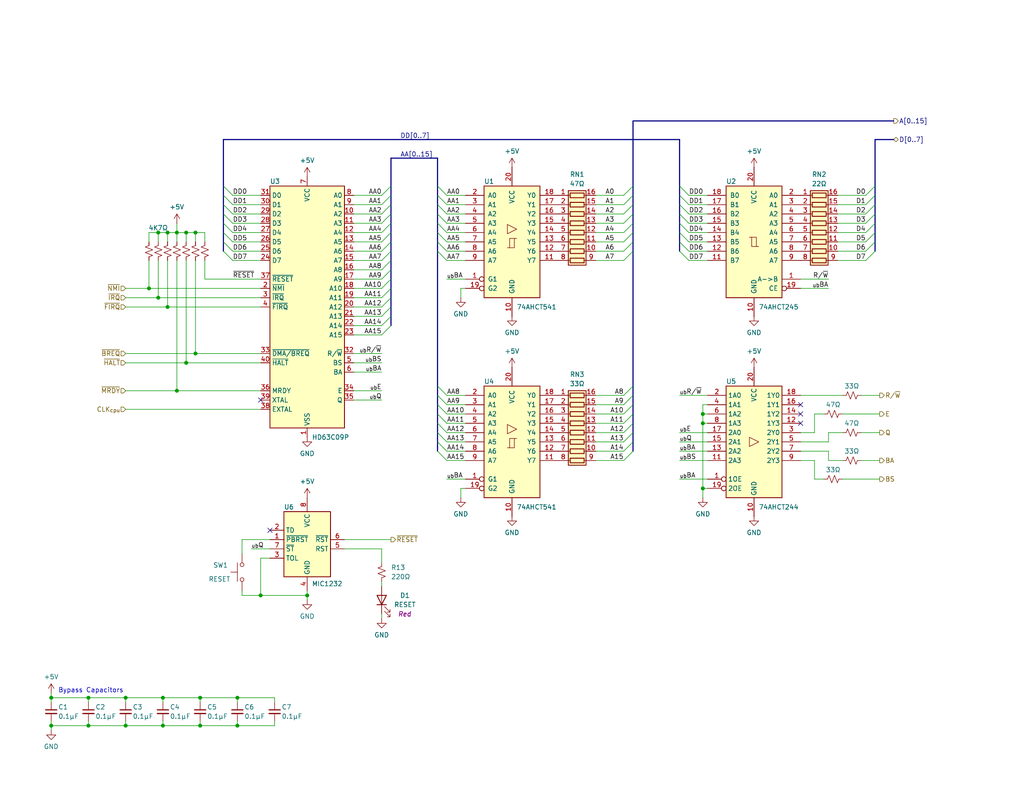
<source format=kicad_sch>
(kicad_sch (version 20250114) (generator "eeschema") (generator_version "9.0")
  (paper "USLetter")
  (title_block (title "CPU, Clock, Reset, and Buffers") (date "2026-02-28") (rev "2.1") (company "MicroHobbyist") (comment 1 "Frédéric Segard"))
  (lib_symbols
    (symbol "74xx:74HC245" (pin_names (offset 1.016))
      (property "Reference" "U" (at -7.62 16.51 0))
      (property "Value" "74HC245" (at -7.62 -16.51 0))
      (symbol "74HC245_1_0"
        (polyline (pts (xy -1.27 -1.27) (xy 0.635 -1.27) (xy 0.635 1.27) (xy 1.27 1.27)))
        (polyline (pts (xy -0.635 -1.27) (xy -0.635 1.27) (xy 0.635 1.27)))
        (pin tri_state line (at -12.7 12.7 0) (length 5.08) (name "A0") (number "2"))
        (pin tri_state line (at -12.7 10.16 0) (length 5.08) (name "A1") (number "3"))
        (pin tri_state line (at -12.7 7.62 0) (length 5.08) (name "A2") (number "4"))
        (pin tri_state line (at -12.7 5.08 0) (length 5.08) (name "A3") (number "5"))
        (pin tri_state line (at -12.7 2.54 0) (length 5.08) (name "A4") (number "6"))
        (pin tri_state line (at -12.7 0 0) (length 5.08) (name "A5") (number "7"))
        (pin tri_state line (at -12.7 -2.54 0) (length 5.08) (name "A6") (number "8"))
        (pin tri_state line (at -12.7 -5.08 0) (length 5.08) (name "A7") (number "9"))
        (pin input line (at -12.7 -10.16 0) (length 5.08) (name "A->B") (number "1"))
        (pin input inverted (at -12.7 -12.7 0) (length 5.08) (name "CE") (number "19"))
        (pin power_in line (at 0 20.32 270) (length 5.08) (name "VCC") (number "20"))
        (pin power_in line (at 0 -20.32 90) (length 5.08) (name "GND") (number "10"))
        (pin tri_state line (at 12.7 12.7 180) (length 5.08) (name "B0") (number "18"))
        (pin tri_state line (at 12.7 10.16 180) (length 5.08) (name "B1") (number "17"))
        (pin tri_state line (at 12.7 7.62 180) (length 5.08) (name "B2") (number "16"))
        (pin tri_state line (at 12.7 5.08 180) (length 5.08) (name "B3") (number "15"))
        (pin tri_state line (at 12.7 2.54 180) (length 5.08) (name "B4") (number "14"))
        (pin tri_state line (at 12.7 0 180) (length 5.08) (name "B5") (number "13"))
        (pin tri_state line (at 12.7 -2.54 180) (length 5.08) (name "B6") (number "12"))
        (pin tri_state line (at 12.7 -5.08 180) (length 5.08) (name "B7") (number "11"))
      )
      (symbol "74HC245_1_1"
        (rectangle (start -7.62 15.24) (end 7.62 -15.24) (stroke (width 0.254)) (fill (type background)))
      )
    )
    (symbol "74xx:74HCT244"
      (property "Reference" "U" (at -7.62 16.51 0))
      (property "Value" "74HCT244" (at -7.62 -16.51 0))
      (symbol "74HCT244_1_0"
        (polyline (pts (xy 1.27 0) (xy -1.27 1.27) (xy -1.27 -1.27) (xy 1.27 0)) (stroke (width 0.1524)))
        (pin input line (at -12.7 12.7 0) (length 5.08) (name "1A0") (number "2"))
        (pin input line (at -12.7 10.16 0) (length 5.08) (name "1A1") (number "4"))
        (pin input line (at -12.7 7.62 0) (length 5.08) (name "1A2") (number "6"))
        (pin input line (at -12.7 5.08 0) (length 5.08) (name "1A3") (number "8"))
        (pin input line (at -12.7 2.54 0) (length 5.08) (name "2A0") (number "17"))
        (pin input line (at -12.7 0 0) (length 5.08) (name "2A1") (number "15"))
        (pin input line (at -12.7 -2.54 0) (length 5.08) (name "2A2") (number "13"))
        (pin input line (at -12.7 -5.08 0) (length 5.08) (name "2A3") (number "11"))
        (pin input inverted (at -12.7 -10.16 0) (length 5.08) (name "1OE") (number "1"))
        (pin input inverted (at -12.7 -12.7 0) (length 5.08) (name "2OE") (number "19"))
        (pin power_in line (at 0 20.32 270) (length 5.08) (name "VCC") (number "20"))
        (pin power_in line (at 0 -20.32 90) (length 5.08) (name "GND") (number "10"))
        (pin tri_state line (at 12.7 12.7 180) (length 5.08) (name "1Y0") (number "18"))
        (pin tri_state line (at 12.7 10.16 180) (length 5.08) (name "1Y1") (number "16"))
        (pin tri_state line (at 12.7 7.62 180) (length 5.08) (name "1Y2") (number "14"))
        (pin tri_state line (at 12.7 5.08 180) (length 5.08) (name "1Y3") (number "12"))
        (pin tri_state line (at 12.7 2.54 180) (length 5.08) (name "2Y0") (number "3"))
        (pin tri_state line (at 12.7 0 180) (length 5.08) (name "2Y1") (number "5"))
        (pin tri_state line (at 12.7 -2.54 180) (length 5.08) (name "2Y2") (number "7"))
        (pin tri_state line (at 12.7 -5.08 180) (length 5.08) (name "2Y3") (number "9"))
      )
      (symbol "74HCT244_1_1"
        (rectangle (start -7.62 15.24) (end 7.62 -15.24) (stroke (width 0.254)) (fill (type background)))
      )
    )
    (symbol "74xx:74HCT541" (pin_names (offset 1.016))
      (property "Reference" "U" (at -7.62 16.51 0))
      (property "Value" "74HCT541" (at -7.62 -16.51 0))
      (symbol "74HCT541_1_0"
        (polyline (pts (xy -1.27 -1.6002) (xy 0.635 -1.6002) (xy 0.635 0.9398) (xy 1.27 0.9398)))
        (polyline (pts (xy -0.635 -1.6002) (xy -0.635 0.9398) (xy 0.635 0.9398)))
        (polyline (pts (xy 1.27 3.4798) (xy -1.27 4.7498) (xy -1.27 2.2098) (xy 1.27 3.4798)) (stroke (width 0.1524)))
        (pin input line (at -12.7 12.7 0) (length 5.08) (name "A0") (number "2"))
        (pin input line (at -12.7 10.16 0) (length 5.08) (name "A1") (number "3"))
        (pin input line (at -12.7 7.62 0) (length 5.08) (name "A2") (number "4"))
        (pin input line (at -12.7 5.08 0) (length 5.08) (name "A3") (number "5"))
        (pin input line (at -12.7 2.54 0) (length 5.08) (name "A4") (number "6"))
        (pin input line (at -12.7 0 0) (length 5.08) (name "A5") (number "7"))
        (pin input line (at -12.7 -2.54 0) (length 5.08) (name "A6") (number "8"))
        (pin input line (at -12.7 -5.08 0) (length 5.08) (name "A7") (number "9"))
        (pin input inverted (at -12.7 -10.16 0) (length 5.08) (name "G1") (number "1"))
        (pin input inverted (at -12.7 -12.7 0) (length 5.08) (name "G2") (number "19"))
        (pin power_in line (at 0 20.32 270) (length 5.08) (name "VCC") (number "20"))
        (pin power_in line (at 0 -20.32 90) (length 5.08) (name "GND") (number "10"))
        (pin tri_state line (at 12.7 12.7 180) (length 5.08) (name "Y0") (number "18"))
        (pin tri_state line (at 12.7 10.16 180) (length 5.08) (name "Y1") (number "17"))
        (pin tri_state line (at 12.7 7.62 180) (length 5.08) (name "Y2") (number "16"))
        (pin tri_state line (at 12.7 5.08 180) (length 5.08) (name "Y3") (number "15"))
        (pin tri_state line (at 12.7 2.54 180) (length 5.08) (name "Y4") (number "14"))
        (pin tri_state line (at 12.7 0 180) (length 5.08) (name "Y5") (number "13"))
        (pin tri_state line (at 12.7 -2.54 180) (length 5.08) (name "Y6") (number "12"))
        (pin tri_state line (at 12.7 -5.08 180) (length 5.08) (name "Y7") (number "11"))
      )
      (symbol "74HCT541_1_1"
        (rectangle (start -7.62 15.24) (end 7.62 -15.24) (stroke (width 0.254)) (fill (type background)))
      )
    )
    (symbol "CPU_NXP_6800:MC6809"
      (property "Reference" "U" (at -7.62 34.29 0))
      (property "Value" "MC6809" (at 10.16 34.29 0))
      (symbol "MC6809_0_1"
        (rectangle (start -10.16 -33.02) (end 10.16 33.02) (stroke (width 0.254)) (fill (type background)))
      )
      (symbol "MC6809_1_1"
        (pin bidirectional line (at -12.7 30.48 0) (length 2.54) (name "D0") (number "31"))
        (pin bidirectional line (at -12.7 27.94 0) (length 2.54) (name "D1") (number "30"))
        (pin bidirectional line (at -12.7 25.4 0) (length 2.54) (name "D2") (number "29"))
        (pin bidirectional line (at -12.7 22.86 0) (length 2.54) (name "D3") (number "28"))
        (pin bidirectional line (at -12.7 20.32 0) (length 2.54) (name "D4") (number "27"))
        (pin bidirectional line (at -12.7 17.78 0) (length 2.54) (name "D5") (number "26"))
        (pin bidirectional line (at -12.7 15.24 0) (length 2.54) (name "D6") (number "25"))
        (pin bidirectional line (at -12.7 12.7 0) (length 2.54) (name "D7") (number "24"))
        (pin input line (at -12.7 7.62 0) (length 2.54) (name "~{RESET}") (number "37"))
        (pin input line (at -12.7 5.08 0) (length 2.54) (name "~{NMI}") (number "2"))
        (pin input line (at -12.7 2.54 0) (length 2.54) (name "~{IRQ}") (number "3"))
        (pin input line (at -12.7 0 0) (length 2.54) (name "~{FIRQ}") (number "4"))
        (pin input line (at -12.7 -12.7 0) (length 2.54) (name "~{DMA/BREQ}") (number "33"))
        (pin input line (at -12.7 -15.24 0) (length 2.54) (name "~{HALT}") (number "40"))
        (pin input line (at -12.7 -22.86 0) (length 2.54) (name "MRDY") (number "36"))
        (pin input line (at -12.7 -25.4 0) (length 2.54) (name "XTAL") (number "39"))
        (pin input line (at -12.7 -27.94 0) (length 2.54) (name "EXTAL") (number "38"))
        (pin power_in line (at 0 35.56 270) (length 2.54) (name "VCC") (number "7"))
        (pin power_in line (at 0 -35.56 90) (length 2.54) (name "VSS") (number "1"))
        (pin output line (at 12.7 30.48 180) (length 2.54) (name "A0") (number "8"))
        (pin output line (at 12.7 27.94 180) (length 2.54) (name "A1") (number "9"))
        (pin output line (at 12.7 25.4 180) (length 2.54) (name "A2") (number "10"))
        (pin output line (at 12.7 22.86 180) (length 2.54) (name "A3") (number "11"))
        (pin output line (at 12.7 20.32 180) (length 2.54) (name "A4") (number "12"))
        (pin output line (at 12.7 17.78 180) (length 2.54) (name "A5") (number "13"))
        (pin output line (at 12.7 15.24 180) (length 2.54) (name "A6") (number "14"))
        (pin output line (at 12.7 12.7 180) (length 2.54) (name "A7") (number "15"))
        (pin output line (at 12.7 10.16 180) (length 2.54) (name "A8") (number "16"))
        (pin output line (at 12.7 7.62 180) (length 2.54) (name "A9") (number "17"))
        (pin output line (at 12.7 5.08 180) (length 2.54) (name "A10") (number "18"))
        (pin output line (at 12.7 2.54 180) (length 2.54) (name "A11") (number "19"))
        (pin output line (at 12.7 0 180) (length 2.54) (name "A12") (number "20"))
        (pin output line (at 12.7 -2.54 180) (length 2.54) (name "A13") (number "21"))
        (pin output line (at 12.7 -5.08 180) (length 2.54) (name "A14") (number "22"))
        (pin output line (at 12.7 -7.62 180) (length 2.54) (name "A15") (number "23"))
        (pin output line (at 12.7 -12.7 180) (length 2.54) (name "R/~{W}") (number "32"))
        (pin output line (at 12.7 -15.24 180) (length 2.54) (name "BS") (number "5"))
        (pin output line (at 12.7 -17.78 180) (length 2.54) (name "BA") (number "6"))
        (pin output line (at 12.7 -22.86 180) (length 2.54) (name "E") (number "34"))
        (pin output line (at 12.7 -25.4 180) (length 2.54) (name "Q") (number "35"))
      )
    )
    (symbol "Device:C_Small" (pin_numbers (hide yes)) (pin_names (offset 0.254) (hide yes))
      (property "Reference" "C" (at 0.254 1.778 0))
      (property "Value" "C_Small" (at 0.254 -2.032 0))
      (symbol "C_Small_0_1"
        (polyline (pts (xy -1.524 0.508) (xy 1.524 0.508)) (stroke (width 0.3048)))
        (polyline (pts (xy -1.524 -0.508) (xy 1.524 -0.508)) (stroke (width 0.3302)))
      )
      (symbol "C_Small_1_1"
        (pin passive line (at 0 2.54 270) (length 2.032) (name "~") (number "1"))
        (pin passive line (at 0 -2.54 90) (length 2.032) (name "~") (number "2"))
      )
    )
    (symbol "Device:LED" (pin_numbers (hide yes)) (pin_names (offset 1.016) (hide yes))
      (property "Reference" "D" (at 0 2.54 0))
      (property "Value" "LED" (at 0 -2.54 0))
      (symbol "LED_0_1"
        (polyline (pts (xy -3.048 -0.762) (xy -4.572 -2.286) (xy -3.81 -2.286) (xy -4.572 -2.286) (xy -4.572 -1.524)))
        (polyline (pts (xy -1.778 -0.762) (xy -3.302 -2.286) (xy -2.54 -2.286) (xy -3.302 -2.286) (xy -3.302 -1.524)))
        (polyline (pts (xy -1.27 0) (xy 1.27 0)))
        (polyline (pts (xy -1.27 -1.27) (xy -1.27 1.27)) (stroke (width 0.254)))
        (polyline (pts (xy 1.27 -1.27) (xy 1.27 1.27) (xy -1.27 0) (xy 1.27 -1.27)) (stroke (width 0.254)))
      )
      (symbol "LED_1_1"
        (pin passive line (at -3.81 0 0) (length 2.54) (name "K") (number "1"))
        (pin passive line (at 3.81 0 180) (length 2.54) (name "A") (number "2"))
      )
    )
    (symbol "Device:R_Pack08" (pin_names (offset 0) (hide yes))
      (property "Reference" "RN" (at -12.7 0 90))
      (property "Value" "R_Pack08" (at 10.16 0 90))
      (symbol "R_Pack08_0_1"
        (rectangle (start -11.43 -2.413) (end 8.89 2.413) (stroke (width 0.254)) (fill (type background)))
        (rectangle (start -10.795 1.905) (end -9.525 -1.905) (stroke (width 0.254)))
        (polyline (pts (xy -10.16 1.905) (xy -10.16 2.54)))
        (polyline (pts (xy -10.16 -2.54) (xy -10.16 -1.905)))
        (rectangle (start -8.255 1.905) (end -6.985 -1.905) (stroke (width 0.254)))
        (polyline (pts (xy -7.62 1.905) (xy -7.62 2.54)))
        (polyline (pts (xy -7.62 -2.54) (xy -7.62 -1.905)))
        (rectangle (start -5.715 1.905) (end -4.445 -1.905) (stroke (width 0.254)))
        (polyline (pts (xy -5.08 1.905) (xy -5.08 2.54)))
        (polyline (pts (xy -5.08 -2.54) (xy -5.08 -1.905)))
        (rectangle (start -3.175 1.905) (end -1.905 -1.905) (stroke (width 0.254)))
        (polyline (pts (xy -2.54 1.905) (xy -2.54 2.54)))
        (polyline (pts (xy -2.54 -2.54) (xy -2.54 -1.905)))
        (rectangle (start -0.635 1.905) (end 0.635 -1.905) (stroke (width 0.254)))
        (polyline (pts (xy 0 1.905) (xy 0 2.54)))
        (polyline (pts (xy 0 -2.54) (xy 0 -1.905)))
        (rectangle (start 1.905 1.905) (end 3.175 -1.905) (stroke (width 0.254)))
        (polyline (pts (xy 2.54 1.905) (xy 2.54 2.54)))
        (polyline (pts (xy 2.54 -2.54) (xy 2.54 -1.905)))
        (rectangle (start 4.445 1.905) (end 5.715 -1.905) (stroke (width 0.254)))
        (polyline (pts (xy 5.08 1.905) (xy 5.08 2.54)))
        (polyline (pts (xy 5.08 -2.54) (xy 5.08 -1.905)))
        (rectangle (start 6.985 1.905) (end 8.255 -1.905) (stroke (width 0.254)))
        (polyline (pts (xy 7.62 1.905) (xy 7.62 2.54)))
        (polyline (pts (xy 7.62 -2.54) (xy 7.62 -1.905)))
      )
      (symbol "R_Pack08_1_1"
        (pin passive line (at -10.16 5.08 270) (length 2.54) (name "R1.2") (number "16"))
        (pin passive line (at -10.16 -5.08 90) (length 2.54) (name "R1.1") (number "1"))
        (pin passive line (at -7.62 5.08 270) (length 2.54) (name "R2.2") (number "15"))
        (pin passive line (at -7.62 -5.08 90) (length 2.54) (name "R2.1") (number "2"))
        (pin passive line (at -5.08 5.08 270) (length 2.54) (name "R3.2") (number "14"))
        (pin passive line (at -5.08 -5.08 90) (length 2.54) (name "R3.1") (number "3"))
        (pin passive line (at -2.54 5.08 270) (length 2.54) (name "R4.2") (number "13"))
        (pin passive line (at -2.54 -5.08 90) (length 2.54) (name "R4.1") (number "4"))
        (pin passive line (at 0 5.08 270) (length 2.54) (name "R5.2") (number "12"))
        (pin passive line (at 0 -5.08 90) (length 2.54) (name "R5.1") (number "5"))
        (pin passive line (at 2.54 5.08 270) (length 2.54) (name "R6.2") (number "11"))
        (pin passive line (at 2.54 -5.08 90) (length 2.54) (name "R6.1") (number "6"))
        (pin passive line (at 5.08 5.08 270) (length 2.54) (name "R7.2") (number "10"))
        (pin passive line (at 5.08 -5.08 90) (length 2.54) (name "R7.1") (number "7"))
        (pin passive line (at 7.62 5.08 270) (length 2.54) (name "R8.2") (number "9"))
        (pin passive line (at 7.62 -5.08 90) (length 2.54) (name "R8.1") (number "8"))
      )
    )
    (symbol "Device:R_Small_US" (pin_numbers (hide yes)) (pin_names (offset 0.254) (hide yes))
      (property "Reference" "R" (at 0.762 0.508 0))
      (property "Value" "R_Small_US" (at 0.762 -1.016 0))
      (symbol "R_Small_US_1_1"
        (polyline (pts (xy 0 1.524) (xy 1.016 1.143) (xy 0 0.762) (xy -1.016 0.381) (xy 0 0)))
        (polyline (pts (xy 0 0) (xy 1.016 -0.381) (xy 0 -0.762) (xy -1.016 -1.143) (xy 0 -1.524)))
        (pin passive line (at 0 2.54 270) (length 1.016) (name "~") (number "1"))
        (pin passive line (at 0 -2.54 90) (length 1.016) (name "~") (number "2"))
      )
    )
    (symbol "MicroHobbyist:MIC1232"
      (property "Reference" "U" (at -5.842 1.016 0))
      (property "Value" "MIC1232" (at 4.826 -19.558 0))
      (symbol "MIC1232_1_1"
        (rectangle (start -6.35 0) (end 6.35 -17.78) (stroke (width 0.254)) (fill (type background)))
        (pin input line (at -10.16 -5.08 0) (length 3.81) (name "TD") (number "2"))
        (pin input line (at -10.16 -7.62 0) (length 3.81) (name "~{PBRST}") (number "1"))
        (pin input line (at -10.16 -10.16 0) (length 3.81) (name "~{ST}") (number "7"))
        (pin input line (at -10.16 -12.7 0) (length 3.81) (name "TOL") (number "3"))
        (pin power_in line (at 0 3.81 270) (length 3.81) (name "VCC") (number "8"))
        (pin power_in line (at 0 -21.59 90) (length 3.81) (name "GND") (number "4"))
        (pin output line (at 10.16 -7.62 180) (length 3.81) (name "~{RST}") (number "6"))
        (pin output line (at 10.16 -10.16 180) (length 3.81) (name "RST") (number "5"))
      )
    )
    (symbol "Switch:SW_Push" (pin_numbers (hide yes)) (pin_names (offset 1.016) (hide yes))
      (property "Reference" "SW" (at 1.27 2.54 0))
      (property "Value" "SW_Push" (at 0 -1.524 0))
      (symbol "SW_Push_0_1"
        (circle (center -2.032 0) (radius 0.508))
        (polyline (pts (xy 0 1.27) (xy 0 3.048)))
        (circle (center 2.032 0) (radius 0.508))
        (polyline (pts (xy 2.54 1.27) (xy -2.54 1.27)))
        (pin passive line (at -5.08 0 0) (length 2.54) (name "1") (number "1"))
        (pin passive line (at 5.08 0 180) (length 2.54) (name "2") (number "2"))
      )
    )
    (symbol "power:+5V" (power) (pin_numbers (hide yes)) (pin_names (offset 0) (hide yes))
      (property "Value" "+5V" (at 0 3.556 0))
      (symbol "+5V_0_1"
        (polyline (pts (xy -0.762 1.27) (xy 0 2.54)))
        (polyline (pts (xy 0 2.54) (xy 0.762 1.27)))
        (polyline (pts (xy 0 0) (xy 0 2.54)))
      )
      (symbol "+5V_1_1"
        (pin power_in line (at 0 0 90) (length 0) (name "~") (number "1"))
      )
    )
    (symbol "power:GND" (power) (pin_numbers (hide yes)) (pin_names (offset 0) (hide yes))
      (property "Value" "GND" (at 0 -3.81 0))
      (symbol "GND_0_1"
        (polyline (pts (xy 0 0) (xy 0 -1.27) (xy 1.27 -1.27) (xy 0 -2.54) (xy -1.27 -1.27) (xy 0 -1.27)))
      )
      (symbol "GND_1_1"
        (pin power_in line (at 0 0 270) (length 0) (name "~") (number "1"))
      )
    )
  )
  (text "Bypass Capacitors" (at 15.875 188.595 0) (effects (font (size 1.27 1.27)) (justify left)))
  (junction (at 64.77 190.5))
  (junction (at 53.34 63.5))
  (junction (at 50.8 63.5))
  (junction (at 54.61 190.5))
  (junction (at 45.72 63.5))
  (junction (at 64.77 198.12))
  (junction (at 83.82 162.56))
  (junction (at 45.72 83.82))
  (junction (at 43.18 81.28))
  (junction (at 44.45 190.5))
  (junction (at 191.77 115.57))
  (junction (at 24.13 198.12))
  (junction (at 34.29 190.5))
  (junction (at 191.77 113.03))
  (junction (at 191.77 133.35))
  (junction (at 50.8 99.06))
  (junction (at 71.12 162.56))
  (junction (at 53.34 96.52))
  (junction (at 34.29 198.12))
  (junction (at 13.97 190.5))
  (junction (at 13.97 198.12))
  (junction (at 48.26 106.68))
  (junction (at 48.26 63.5))
  (junction (at 40.64 78.74))
  (junction (at 44.45 198.12))
  (junction (at 43.18 63.5))
  (junction (at 54.61 198.12))
  (junction (at 24.13 190.5))
  (no_connect (at 71.12 109.22))
  (no_connect (at 218.44 113.03))
  (no_connect (at 73.66 144.78))
  (no_connect (at 218.44 115.57))
  (no_connect (at 218.44 110.49))
  (bus_entry (at 60.96 55.88) (size 2.54 2.54))
  (bus_entry (at 170.18 55.88) (size 2.54 -2.54))
  (bus_entry (at 170.18 63.5) (size 2.54 -2.54))
  (bus_entry (at 119.38 58.42) (size 2.54 2.54))
  (bus_entry (at 185.42 60.96) (size 2.54 2.54))
  (bus_entry (at 170.18 107.95) (size 2.54 -2.54))
  (bus_entry (at 104.14 86.36) (size 2.54 -2.54))
  (bus_entry (at 119.38 115.57) (size 2.54 2.54))
  (bus_entry (at 170.18 118.11) (size 2.54 -2.54))
  (bus_entry (at 170.18 123.19) (size 2.54 -2.54))
  (bus_entry (at 104.14 91.44) (size 2.54 -2.54))
  (bus_entry (at 170.18 68.58) (size 2.54 -2.54))
  (bus_entry (at 60.96 66.04) (size 2.54 2.54))
  (bus_entry (at 236.22 60.96) (size 2.54 -2.54))
  (bus_entry (at 185.42 50.8) (size 2.54 2.54))
  (bus_entry (at 170.18 110.49) (size 2.54 -2.54))
  (bus_entry (at 104.14 76.2) (size 2.54 -2.54))
  (bus_entry (at 104.14 68.58) (size 2.54 -2.54))
  (bus_entry (at 119.38 50.8) (size 2.54 2.54))
  (bus_entry (at 236.22 71.12) (size 2.54 -2.54))
  (bus_entry (at 104.14 81.28) (size 2.54 -2.54))
  (bus_entry (at 170.18 60.96) (size 2.54 -2.54))
  (bus_entry (at 236.22 53.34) (size 2.54 -2.54))
  (bus_entry (at 119.38 53.34) (size 2.54 2.54))
  (bus_entry (at 236.22 63.5) (size 2.54 -2.54))
  (bus_entry (at 119.38 66.04) (size 2.54 2.54))
  (bus_entry (at 104.14 88.9) (size 2.54 -2.54))
  (bus_entry (at 170.18 120.65) (size 2.54 -2.54))
  (bus_entry (at 60.96 63.5) (size 2.54 2.54))
  (bus_entry (at 185.42 68.58) (size 2.54 2.54))
  (bus_entry (at 104.14 71.12) (size 2.54 -2.54))
  (bus_entry (at 119.38 110.49) (size 2.54 2.54))
  (bus_entry (at 119.38 118.11) (size 2.54 2.54))
  (bus_entry (at 119.38 55.88) (size 2.54 2.54))
  (bus_entry (at 170.18 113.03) (size 2.54 -2.54))
  (bus_entry (at 170.18 66.04) (size 2.54 -2.54))
  (bus_entry (at 104.14 58.42) (size 2.54 -2.54))
  (bus_entry (at 170.18 53.34) (size 2.54 -2.54))
  (bus_entry (at 119.38 105.41) (size 2.54 2.54))
  (bus_entry (at 170.18 125.73) (size 2.54 -2.54))
  (bus_entry (at 60.96 58.42) (size 2.54 2.54))
  (bus_entry (at 119.38 120.65) (size 2.54 2.54))
  (bus_entry (at 104.14 83.82) (size 2.54 -2.54))
  (bus_entry (at 236.22 68.58) (size 2.54 -2.54))
  (bus_entry (at 119.38 123.19) (size 2.54 2.54))
  (bus_entry (at 60.96 68.58) (size 2.54 2.54))
  (bus_entry (at 185.42 66.04) (size 2.54 2.54))
  (bus_entry (at 185.42 53.34) (size 2.54 2.54))
  (bus_entry (at 104.14 55.88) (size 2.54 -2.54))
  (bus_entry (at 119.38 113.03) (size 2.54 2.54))
  (bus_entry (at 60.96 53.34) (size 2.54 2.54))
  (bus_entry (at 104.14 60.96) (size 2.54 -2.54))
  (bus_entry (at 60.96 60.96) (size 2.54 2.54))
  (bus_entry (at 170.18 71.12) (size 2.54 -2.54))
  (bus_entry (at 119.38 107.95) (size 2.54 2.54))
  (bus_entry (at 104.14 63.5) (size 2.54 -2.54))
  (bus_entry (at 104.14 73.66) (size 2.54 -2.54))
  (bus_entry (at 119.38 60.96) (size 2.54 2.54))
  (bus_entry (at 236.22 55.88) (size 2.54 -2.54))
  (bus_entry (at 119.38 63.5) (size 2.54 2.54))
  (bus_entry (at 185.42 58.42) (size 2.54 2.54))
  (bus_entry (at 236.22 58.42) (size 2.54 -2.54))
  (bus_entry (at 170.18 115.57) (size 2.54 -2.54))
  (bus_entry (at 236.22 66.04) (size 2.54 -2.54))
  (bus_entry (at 185.42 63.5) (size 2.54 2.54))
  (bus_entry (at 170.18 58.42) (size 2.54 -2.54))
  (bus_entry (at 104.14 53.34) (size 2.54 -2.54))
  (bus_entry (at 104.14 78.74) (size 2.54 -2.54))
  (bus_entry (at 60.96 50.8) (size 2.54 2.54))
  (bus_entry (at 104.14 66.04) (size 2.54 -2.54))
  (bus_entry (at 119.38 68.58) (size 2.54 2.54))
  (bus_entry (at 185.42 55.88) (size 2.54 2.54))
  (wire (pts (xy 13.97 190.5) (xy 13.97 191.77)))
  (bus (pts (xy 172.72 123.19) (xy 172.72 120.65)))
  (bus (pts (xy 119.38 60.96) (xy 119.38 63.5)))
  (wire (pts (xy 234.95 118.11) (xy 240.03 118.11)))
  (wire (pts (xy 53.34 63.5) (xy 55.88 63.5)))
  (bus (pts (xy 185.42 58.42) (xy 185.42 55.88)))
  (wire (pts (xy 44.45 198.12) (xy 54.61 198.12)))
  (wire (pts (xy 53.34 71.12) (xy 53.34 96.52)))
  (bus (pts (xy 119.38 110.49) (xy 119.38 113.03)))
  (bus (pts (xy 238.76 55.88) (xy 238.76 58.42)))
  (bus (pts (xy 238.76 50.8) (xy 238.76 53.34)))
  (wire (pts (xy 48.26 71.12) (xy 48.26 106.68)))
  (wire (pts (xy 24.13 190.5) (xy 34.29 190.5)))
  (wire (pts (xy 191.77 113.03) (xy 193.04 113.03)))
  (wire (pts (xy 222.25 113.03) (xy 224.79 113.03)))
  (wire (pts (xy 218.44 120.65) (xy 226.06 120.65)))
  (wire (pts (xy 96.52 96.52) (xy 104.14 96.52)))
  (wire (pts (xy 71.12 152.4) (xy 73.66 152.4)))
  (bus (pts (xy 106.68 68.58) (xy 106.68 71.12)))
  (wire (pts (xy 93.98 149.86) (xy 104.14 149.86)))
  (wire (pts (xy 43.18 71.12) (xy 43.18 81.28)))
  (bus (pts (xy 106.68 83.82) (xy 106.68 86.36)))
  (wire (pts (xy 96.52 55.88) (xy 104.14 55.88)))
  (bus (pts (xy 119.38 63.5) (xy 119.38 66.04)))
  (wire (pts (xy 121.92 76.2) (xy 127 76.2)))
  (wire (pts (xy 50.8 66.04) (xy 50.8 63.5)))
  (wire (pts (xy 127 63.5) (xy 121.92 63.5)))
  (bus (pts (xy 119.38 115.57) (xy 119.38 118.11)))
  (wire (pts (xy 45.72 83.82) (xy 71.12 83.82)))
  (wire (pts (xy 63.5 71.12) (xy 71.12 71.12)))
  (wire (pts (xy 162.56 113.03) (xy 170.18 113.03)))
  (wire (pts (xy 53.34 96.52) (xy 71.12 96.52)))
  (bus (pts (xy 119.38 120.65) (xy 119.38 123.19)))
  (bus (pts (xy 172.72 33.02) (xy 172.72 50.8)))
  (wire (pts (xy 96.52 71.12) (xy 104.14 71.12)))
  (bus (pts (xy 185.42 68.58) (xy 185.42 66.04)))
  (wire (pts (xy 96.52 63.5) (xy 104.14 63.5)))
  (wire (pts (xy 185.42 125.73) (xy 193.04 125.73)))
  (wire (pts (xy 64.77 196.85) (xy 64.77 198.12)))
  (bus (pts (xy 119.38 118.11) (xy 119.38 120.65)))
  (wire (pts (xy 185.42 118.11) (xy 193.04 118.11)))
  (wire (pts (xy 191.77 113.03) (xy 191.77 115.57)))
  (wire (pts (xy 162.56 63.5) (xy 170.18 63.5)))
  (bus (pts (xy 60.96 63.5) (xy 60.96 60.96)))
  (wire (pts (xy 63.5 58.42) (xy 71.12 58.42)))
  (wire (pts (xy 13.97 196.85) (xy 13.97 198.12)))
  (wire (pts (xy 162.56 120.65) (xy 170.18 120.65)))
  (wire (pts (xy 191.77 133.35) (xy 191.77 135.89)))
  (wire (pts (xy 40.64 71.12) (xy 40.64 78.74)))
  (bus (pts (xy 238.76 53.34) (xy 238.76 55.88)))
  (bus (pts (xy 185.42 66.04) (xy 185.42 63.5)))
  (bus (pts (xy 172.72 107.95) (xy 172.72 105.41)))
  (bus (pts (xy 185.42 63.5) (xy 185.42 60.96)))
  (bus (pts (xy 106.68 50.8) (xy 106.68 53.34)))
  (bus (pts (xy 172.72 33.02) (xy 243.84 33.02)))
  (bus (pts (xy 119.38 68.58) (xy 119.38 105.41)))
  (wire (pts (xy 127 68.58) (xy 121.92 68.58)))
  (bus (pts (xy 60.96 55.88) (xy 60.96 53.34)))
  (wire (pts (xy 127 113.03) (xy 121.92 113.03)))
  (wire (pts (xy 127 107.95) (xy 121.92 107.95)))
  (bus (pts (xy 60.96 53.34) (xy 60.96 50.8)))
  (wire (pts (xy 228.6 53.34) (xy 236.22 53.34)))
  (wire (pts (xy 96.52 73.66) (xy 104.14 73.66)))
  (wire (pts (xy 127 58.42) (xy 121.92 58.42)))
  (wire (pts (xy 63.5 55.88) (xy 71.12 55.88)))
  (wire (pts (xy 127 118.11) (xy 121.92 118.11)))
  (bus (pts (xy 106.68 58.42) (xy 106.68 60.96)))
  (bus (pts (xy 60.96 66.04) (xy 60.96 63.5)))
  (wire (pts (xy 48.26 106.68) (xy 71.12 106.68)))
  (wire (pts (xy 34.29 198.12) (xy 44.45 198.12)))
  (wire (pts (xy 96.52 76.2) (xy 104.14 76.2)))
  (wire (pts (xy 162.56 107.95) (xy 170.18 107.95)))
  (wire (pts (xy 222.25 125.73) (xy 222.25 130.81)))
  (wire (pts (xy 63.5 63.5) (xy 71.12 63.5)))
  (wire (pts (xy 43.18 63.5) (xy 43.18 66.04)))
  (wire (pts (xy 93.98 147.32) (xy 106.68 147.32)))
  (bus (pts (xy 106.68 66.04) (xy 106.68 68.58)))
  (bus (pts (xy 60.96 68.58) (xy 60.96 66.04)))
  (bus (pts (xy 60.96 58.42) (xy 60.96 55.88)))
  (bus (pts (xy 185.42 55.88) (xy 185.42 53.34)))
  (wire (pts (xy 96.52 101.6) (xy 104.14 101.6)))
  (wire (pts (xy 127 120.65) (xy 121.92 120.65)))
  (wire (pts (xy 228.6 71.12) (xy 236.22 71.12)))
  (wire (pts (xy 222.25 130.81) (xy 224.79 130.81)))
  (wire (pts (xy 187.96 68.58) (xy 193.04 68.58)))
  (wire (pts (xy 125.73 133.35) (xy 127 133.35)))
  (wire (pts (xy 43.18 81.28) (xy 71.12 81.28)))
  (wire (pts (xy 45.72 63.5) (xy 45.72 66.04)))
  (bus (pts (xy 119.38 55.88) (xy 119.38 58.42)))
  (wire (pts (xy 162.56 68.58) (xy 170.18 68.58)))
  (bus (pts (xy 106.68 81.28) (xy 106.68 83.82)))
  (wire (pts (xy 185.42 120.65) (xy 193.04 120.65)))
  (wire (pts (xy 74.93 196.85) (xy 74.93 198.12)))
  (wire (pts (xy 34.29 190.5) (xy 34.29 191.77)))
  (wire (pts (xy 218.44 76.2) (xy 226.06 76.2)))
  (wire (pts (xy 34.29 83.82) (xy 45.72 83.82)))
  (wire (pts (xy 66.04 162.56) (xy 66.04 161.29)))
  (bus (pts (xy 172.72 68.58) (xy 172.72 66.04)))
  (wire (pts (xy 44.45 196.85) (xy 44.45 198.12)))
  (wire (pts (xy 50.8 99.06) (xy 71.12 99.06)))
  (wire (pts (xy 96.52 60.96) (xy 104.14 60.96)))
  (bus (pts (xy 106.68 55.88) (xy 106.68 58.42)))
  (bus (pts (xy 106.68 63.5) (xy 106.68 66.04)))
  (wire (pts (xy 218.44 123.19) (xy 226.06 123.19)))
  (wire (pts (xy 218.44 107.95) (xy 229.87 107.95)))
  (wire (pts (xy 218.44 125.73) (xy 222.25 125.73)))
  (wire (pts (xy 162.56 60.96) (xy 170.18 60.96)))
  (wire (pts (xy 222.25 113.03) (xy 222.25 118.11)))
  (wire (pts (xy 63.5 68.58) (xy 71.12 68.58)))
  (bus (pts (xy 106.68 53.34) (xy 106.68 55.88)))
  (wire (pts (xy 83.82 163.83) (xy 83.82 162.56)))
  (wire (pts (xy 40.64 63.5) (xy 40.64 66.04)))
  (wire (pts (xy 34.29 81.28) (xy 43.18 81.28)))
  (wire (pts (xy 127 55.88) (xy 121.92 55.88)))
  (bus (pts (xy 119.38 66.04) (xy 119.38 68.58)))
  (wire (pts (xy 185.42 107.95) (xy 193.04 107.95)))
  (wire (pts (xy 24.13 196.85) (xy 24.13 198.12)))
  (wire (pts (xy 63.5 60.96) (xy 71.12 60.96)))
  (wire (pts (xy 34.29 99.06) (xy 50.8 99.06)))
  (bus (pts (xy 238.76 38.1) (xy 243.84 38.1)))
  (wire (pts (xy 96.52 78.74) (xy 104.14 78.74)))
  (wire (pts (xy 234.95 107.95) (xy 240.03 107.95)))
  (wire (pts (xy 83.82 162.56) (xy 83.82 161.29)))
  (wire (pts (xy 162.56 123.19) (xy 170.18 123.19)))
  (wire (pts (xy 187.96 66.04) (xy 193.04 66.04)))
  (wire (pts (xy 55.88 76.2) (xy 71.12 76.2)))
  (bus (pts (xy 172.72 60.96) (xy 172.72 58.42)))
  (wire (pts (xy 125.73 133.35) (xy 125.73 135.89)))
  (bus (pts (xy 238.76 60.96) (xy 238.76 63.5)))
  (wire (pts (xy 48.26 63.5) (xy 50.8 63.5)))
  (wire (pts (xy 66.04 147.32) (xy 66.04 151.13)))
  (bus (pts (xy 106.68 76.2) (xy 106.68 78.74)))
  (bus (pts (xy 60.96 38.1) (xy 60.96 50.8)))
  (wire (pts (xy 187.96 71.12) (xy 193.04 71.12)))
  (bus (pts (xy 106.68 86.36) (xy 106.68 88.9)))
  (wire (pts (xy 63.5 66.04) (xy 71.12 66.04)))
  (wire (pts (xy 96.52 66.04) (xy 104.14 66.04)))
  (wire (pts (xy 96.52 68.58) (xy 104.14 68.58)))
  (wire (pts (xy 127 66.04) (xy 121.92 66.04)))
  (wire (pts (xy 44.45 190.5) (xy 54.61 190.5)))
  (wire (pts (xy 228.6 68.58) (xy 236.22 68.58)))
  (wire (pts (xy 191.77 115.57) (xy 191.77 133.35)))
  (wire (pts (xy 24.13 198.12) (xy 34.29 198.12)))
  (bus (pts (xy 185.42 38.1) (xy 185.42 50.8)))
  (wire (pts (xy 104.14 168.91) (xy 104.14 167.64)))
  (wire (pts (xy 162.56 110.49) (xy 170.18 110.49)))
  (wire (pts (xy 74.93 190.5) (xy 74.93 191.77)))
  (wire (pts (xy 96.52 58.42) (xy 104.14 58.42)))
  (wire (pts (xy 187.96 60.96) (xy 193.04 60.96)))
  (wire (pts (xy 104.14 149.86) (xy 104.14 153.67)))
  (wire (pts (xy 34.29 190.5) (xy 44.45 190.5)))
  (wire (pts (xy 162.56 53.34) (xy 170.18 53.34)))
  (wire (pts (xy 187.96 53.34) (xy 193.04 53.34)))
  (wire (pts (xy 44.45 190.5) (xy 44.45 191.77)))
  (wire (pts (xy 191.77 110.49) (xy 193.04 110.49)))
  (wire (pts (xy 34.29 106.68) (xy 48.26 106.68)))
  (bus (pts (xy 172.72 118.11) (xy 172.72 115.57)))
  (bus (pts (xy 172.72 55.88) (xy 172.72 53.34)))
  (wire (pts (xy 66.04 162.56) (xy 71.12 162.56)))
  (wire (pts (xy 48.26 63.5) (xy 48.26 66.04)))
  (bus (pts (xy 172.72 113.03) (xy 172.72 110.49)))
  (wire (pts (xy 45.72 71.12) (xy 45.72 83.82)))
  (wire (pts (xy 162.56 115.57) (xy 170.18 115.57)))
  (wire (pts (xy 96.52 106.68) (xy 104.14 106.68)))
  (wire (pts (xy 226.06 120.65) (xy 226.06 118.11)))
  (wire (pts (xy 127 115.57) (xy 121.92 115.57)))
  (wire (pts (xy 66.04 147.32) (xy 73.66 147.32)))
  (wire (pts (xy 48.26 60.96) (xy 48.26 63.5)))
  (wire (pts (xy 229.87 130.81) (xy 240.03 130.81)))
  (wire (pts (xy 96.52 99.06) (xy 104.14 99.06)))
  (wire (pts (xy 127 60.96) (xy 121.92 60.96)))
  (bus (pts (xy 119.38 105.41) (xy 119.38 107.95)))
  (bus (pts (xy 119.38 53.34) (xy 119.38 55.88)))
  (wire (pts (xy 162.56 55.88) (xy 170.18 55.88)))
  (wire (pts (xy 96.52 53.34) (xy 104.14 53.34)))
  (wire (pts (xy 228.6 55.88) (xy 236.22 55.88)))
  (bus (pts (xy 172.72 105.41) (xy 172.72 68.58)))
  (wire (pts (xy 222.25 118.11) (xy 218.44 118.11)))
  (wire (pts (xy 13.97 189.23) (xy 13.97 190.5)))
  (wire (pts (xy 218.44 78.74) (xy 226.06 78.74)))
  (wire (pts (xy 127 71.12) (xy 121.92 71.12)))
  (wire (pts (xy 127 123.19) (xy 121.92 123.19)))
  (wire (pts (xy 228.6 58.42) (xy 236.22 58.42)))
  (bus (pts (xy 172.72 66.04) (xy 172.72 63.5)))
  (wire (pts (xy 48.26 63.5) (xy 45.72 63.5)))
  (bus (pts (xy 60.96 60.96) (xy 60.96 58.42)))
  (wire (pts (xy 187.96 63.5) (xy 193.04 63.5)))
  (wire (pts (xy 24.13 190.5) (xy 24.13 191.77)))
  (bus (pts (xy 172.72 63.5) (xy 172.72 60.96)))
  (wire (pts (xy 228.6 60.96) (xy 236.22 60.96)))
  (wire (pts (xy 68.58 149.86) (xy 73.66 149.86)))
  (wire (pts (xy 187.96 55.88) (xy 193.04 55.88)))
  (bus (pts (xy 172.72 110.49) (xy 172.72 107.95)))
  (bus (pts (xy 106.68 73.66) (xy 106.68 76.2)))
  (bus (pts (xy 172.72 53.34) (xy 172.72 50.8)))
  (wire (pts (xy 55.88 66.04) (xy 55.88 63.5)))
  (bus (pts (xy 185.42 60.96) (xy 185.42 58.42)))
  (bus (pts (xy 172.72 115.57) (xy 172.72 113.03)))
  (wire (pts (xy 127 110.49) (xy 121.92 110.49)))
  (wire (pts (xy 55.88 71.12) (xy 55.88 76.2)))
  (wire (pts (xy 71.12 162.56) (xy 83.82 162.56)))
  (wire (pts (xy 162.56 125.73) (xy 170.18 125.73)))
  (wire (pts (xy 162.56 66.04) (xy 170.18 66.04)))
  (wire (pts (xy 96.52 109.22) (xy 104.14 109.22)))
  (wire (pts (xy 63.5 53.34) (xy 71.12 53.34)))
  (bus (pts (xy 106.68 43.18) (xy 106.68 50.8)))
  (wire (pts (xy 40.64 78.74) (xy 71.12 78.74)))
  (wire (pts (xy 191.77 110.49) (xy 191.77 113.03)))
  (wire (pts (xy 50.8 71.12) (xy 50.8 99.06)))
  (wire (pts (xy 64.77 190.5) (xy 74.93 190.5)))
  (bus (pts (xy 60.96 38.1) (xy 185.42 38.1)))
  (bus (pts (xy 119.38 58.42) (xy 119.38 60.96)))
  (wire (pts (xy 64.77 198.12) (xy 74.93 198.12)))
  (wire (pts (xy 54.61 190.5) (xy 54.61 191.77)))
  (wire (pts (xy 71.12 152.4) (xy 71.12 162.56)))
  (bus (pts (xy 238.76 63.5) (xy 238.76 66.04)))
  (bus (pts (xy 238.76 58.42) (xy 238.76 60.96)))
  (bus (pts (xy 119.38 43.18) (xy 119.38 50.8)))
  (wire (pts (xy 228.6 66.04) (xy 236.22 66.04)))
  (wire (pts (xy 43.18 63.5) (xy 40.64 63.5)))
  (wire (pts (xy 53.34 63.5) (xy 53.34 66.04)))
  (wire (pts (xy 96.52 86.36) (xy 104.14 86.36)))
  (wire (pts (xy 34.29 111.76) (xy 71.12 111.76)))
  (wire (pts (xy 226.06 125.73) (xy 229.87 125.73)))
  (bus (pts (xy 106.68 60.96) (xy 106.68 63.5)))
  (wire (pts (xy 193.04 133.35) (xy 191.77 133.35)))
  (wire (pts (xy 234.95 125.73) (xy 240.03 125.73)))
  (bus (pts (xy 119.38 107.95) (xy 119.38 110.49)))
  (wire (pts (xy 50.8 63.5) (xy 53.34 63.5)))
  (bus (pts (xy 119.38 50.8) (xy 119.38 53.34)))
  (wire (pts (xy 34.29 196.85) (xy 34.29 198.12)))
  (wire (pts (xy 13.97 190.5) (xy 24.13 190.5)))
  (wire (pts (xy 54.61 198.12) (xy 64.77 198.12)))
  (bus (pts (xy 185.42 53.34) (xy 185.42 50.8)))
  (wire (pts (xy 187.96 58.42) (xy 193.04 58.42)))
  (bus (pts (xy 106.68 78.74) (xy 106.68 81.28)))
  (wire (pts (xy 13.97 198.12) (xy 24.13 198.12)))
  (wire (pts (xy 34.29 78.74) (xy 40.64 78.74)))
  (wire (pts (xy 13.97 198.12) (xy 13.97 199.39)))
  (wire (pts (xy 54.61 190.5) (xy 64.77 190.5)))
  (bus (pts (xy 172.72 58.42) (xy 172.72 55.88)))
  (wire (pts (xy 191.77 115.57) (xy 193.04 115.57)))
  (wire (pts (xy 121.92 130.81) (xy 127 130.81)))
  (wire (pts (xy 45.72 63.5) (xy 43.18 63.5)))
  (bus (pts (xy 106.68 71.12) (xy 106.68 73.66)))
  (bus (pts (xy 238.76 66.04) (xy 238.76 68.58)))
  (wire (pts (xy 125.73 78.74) (xy 127 78.74)))
  (wire (pts (xy 193.04 130.81) (xy 185.42 130.81)))
  (wire (pts (xy 127 53.34) (xy 121.92 53.34)))
  (wire (pts (xy 185.42 123.19) (xy 193.04 123.19)))
  (bus (pts (xy 119.38 113.03) (xy 119.38 115.57)))
  (wire (pts (xy 127 125.73) (xy 121.92 125.73)))
  (wire (pts (xy 96.52 88.9) (xy 104.14 88.9)))
  (wire (pts (xy 226.06 123.19) (xy 226.06 125.73)))
  (wire (pts (xy 125.73 78.74) (xy 125.73 81.28)))
  (wire (pts (xy 54.61 196.85) (xy 54.61 198.12)))
  (wire (pts (xy 96.52 81.28) (xy 104.14 81.28)))
  (wire (pts (xy 162.56 118.11) (xy 170.18 118.11)))
  (wire (pts (xy 64.77 190.5) (xy 64.77 191.77)))
  (wire (pts (xy 162.56 71.12) (xy 170.18 71.12)))
  (wire (pts (xy 34.29 96.52) (xy 53.34 96.52)))
  (bus (pts (xy 238.76 38.1) (xy 238.76 50.8)))
  (wire (pts (xy 96.52 91.44) (xy 104.14 91.44)))
  (wire (pts (xy 162.56 58.42) (xy 170.18 58.42)))
  (wire (pts (xy 228.6 63.5) (xy 236.22 63.5)))
  (wire (pts (xy 104.14 160.02) (xy 104.14 158.75)))
  (wire (pts (xy 96.52 83.82) (xy 104.14 83.82)))
  (wire (pts (xy 226.06 118.11) (xy 229.87 118.11)))
  (wire (pts (xy 229.87 113.03) (xy 240.03 113.03)))
  (bus (pts (xy 106.68 43.18) (xy 119.38 43.18)))
  (bus (pts (xy 172.72 120.65) (xy 172.72 118.11)))
  (label "_{ub}BA" (at 185.42 130.81 0))
  (label "DD5" (at 63.5 66.04 0))
  (label "AA14" (at 121.92 123.19 0))
  (label "D6" (at 236.22 68.58 180))
  (label "DD3" (at 187.96 60.96 0))
  (label "AA[0..15]" (at 109.22 43.18 0))
  (label "AA1" (at 104.14 55.88 180))
  (label "_{ub}BA" (at 121.92 76.2 0))
  (label "D7" (at 236.22 71.12 180))
  (label "D5" (at 236.22 66.04 180))
  (label "_{ub}R{slash}~{W}" (at 185.42 107.95 0))
  (label "_{ub}E" (at 185.42 118.11 0))
  (label "DD5" (at 187.96 66.04 0))
  (label "AA15" (at 121.92 125.73 0))
  (label "AA4" (at 104.14 63.5 180))
  (label "AA12" (at 121.92 118.11 0))
  (label "DD1" (at 63.5 55.88 0))
  (label "AA2" (at 121.92 58.42 0))
  (label "DD2" (at 63.5 58.42 0))
  (label "AA12" (at 104.14 83.82 180))
  (label "A11" (at 170.18 115.57 180))
  (label "D0" (at 236.22 53.34 180))
  (label "A13" (at 170.18 120.65 180))
  (label "_{ub}E" (at 104.14 106.68 180))
  (label "A3" (at 167.64 60.96 180))
  (label "AA10" (at 121.92 113.03 0))
  (label "DD6" (at 63.5 68.58 0))
  (label "A4" (at 167.64 63.5 180))
  (label "_{ub}R{slash}~{W}" (at 104.14 96.52 180))
  (label "~{RESET}" (at 63.5 76.2 0))
  (label "AA8" (at 121.92 107.95 0))
  (label "DD3" (at 63.5 60.96 0))
  (label "A0" (at 167.64 53.34 180))
  (label "DD0" (at 63.5 53.34 0))
  (label "AA11" (at 121.92 115.57 0))
  (label "DD4" (at 63.5 63.5 0))
  (label "AA2" (at 104.14 58.42 180))
  (label "DD[0..7]" (at 109.22 38.1 0))
  (label "AA6" (at 121.92 68.58 0))
  (label "AA14" (at 104.14 88.9 180))
  (label "A10" (at 170.18 113.03 180))
  (label "A14" (at 170.18 123.19 180))
  (label "AA13" (at 121.92 120.65 0))
  (label "_{ub}Q" (at 68.58 149.86 0))
  (label "AA5" (at 121.92 66.04 0))
  (label "A2" (at 167.64 58.42 180))
  (label "D1" (at 236.22 55.88 180))
  (label "A1" (at 167.64 55.88 180))
  (label "AA0" (at 121.92 53.34 0))
  (label "DD2" (at 187.96 58.42 0))
  (label "_{ub}Q" (at 185.42 120.65 0))
  (label "_{ub}BA" (at 121.92 130.81 0))
  (label "A9" (at 170.18 110.49 180))
  (label "A15" (at 170.18 125.73 180))
  (label "D4" (at 236.22 63.5 180))
  (label "A7" (at 167.64 71.12 180))
  (label "AA13" (at 104.14 86.36 180))
  (label "AA7" (at 104.14 71.12 180))
  (label "A12" (at 170.18 118.11 180))
  (label "D2" (at 236.22 58.42 180))
  (label "DD4" (at 187.96 63.5 0))
  (label "_{ub}BA" (at 104.14 101.6 180))
  (label "AA10" (at 104.14 78.74 180))
  (label "AA9" (at 104.14 76.2 180))
  (label "DD6" (at 187.96 68.58 0))
  (label "AA3" (at 104.14 60.96 180))
  (label "DD0" (at 187.96 53.34 0))
  (label "AA11" (at 104.14 81.28 180))
  (label "A6" (at 167.64 68.58 180))
  (label "AA6" (at 104.14 68.58 180))
  (label "_{ub}Q" (at 104.14 109.22 180))
  (label "DD1" (at 187.96 55.88 0))
  (label "_{ub}BS" (at 185.42 125.73 0))
  (label "AA7" (at 121.92 71.12 0))
  (label "AA5" (at 104.14 66.04 180))
  (label "_{ub}BA" (at 185.42 123.19 0))
  (label "AA3" (at 121.92 60.96 0))
  (label "DD7" (at 187.96 71.12 0))
  (label "AA1" (at 121.92 55.88 0))
  (label "R{slash}~{W}" (at 226.06 76.2 180))
  (label "AA0" (at 104.14 53.34 180))
  (label "AA9" (at 121.92 110.49 0))
  (label "_{ub}BS" (at 104.14 99.06 180))
  (label "_{ub}BA" (at 226.06 78.74 180))
  (label "D3" (at 236.22 60.96 180))
  (label "AA8" (at 104.14 73.66 180))
  (label "A8" (at 170.18 107.95 180))
  (label "A5" (at 167.64 66.04 180))
  (label "DD7" (at 63.5 71.12 0))
  (label "AA15" (at 104.14 91.44 180))
  (label "AA4" (at 121.92 63.5 0))
  (hierarchical_label "E" (shape output) (at 240.03 113.03 0))
  (hierarchical_label "~{RESET}" (shape output) (at 106.68 147.32 0))
  (hierarchical_label "R{slash}~{W}" (shape output) (at 240.03 107.95 0))
  (hierarchical_label "~{IRQ}" (shape input) (at 34.29 81.28 180))
  (hierarchical_label "~{FIRQ}" (shape input) (at 34.29 83.82 180))
  (hierarchical_label "BA" (shape output) (at 240.03 125.73 0))
  (hierarchical_label "Q" (shape output) (at 240.03 118.11 0))
  (hierarchical_label "~{NMI}" (shape input) (at 34.29 78.74 180))
  (hierarchical_label "~{MRDY}" (shape input) (at 34.29 106.68 180))
  (hierarchical_label "~{HALT}" (shape input) (at 34.29 99.06 180))
  (hierarchical_label "D[0..7]" (shape bidirectional) (at 243.84 38.1 0))
  (hierarchical_label "~{BREQ}" (shape input) (at 34.29 96.52 180))
  (hierarchical_label "A[0..15]" (shape output) (at 243.84 33.02 0))
  (hierarchical_label "CLK_{cpu}" (shape input) (at 34.29 111.76 180))
  (hierarchical_label "BS" (shape output) (at 240.03 130.81 0))
  (symbol (lib_id "power:GND") (at 83.82 163.83 0) (unit 1)
    (property "Reference" "#PWR021" (effects (hide yes)))
    (property "Value" "GND" (at 83.82 168.275 0))
    (property "Description" "Power symbol creates a global label with name \"GND\" , ground" (effects (hide yes)))
  )
  (symbol (lib_id "MicroHobbyist:MIC1232") (at 83.82 139.7 0) (unit 1)
    (property "Reference" "U6" (at 77.47 138.43 0) (effects (justify left)))
    (property "Value" "MIC1232" (at 85.09 159.385 0) (effects (justify left)))
    (property "Footprint" "Package_DIP:DIP-8_W7.62mm_Socket" (effects (hide yes)))
    (property "Datasheet" "https://ww1.microchip.com/downloads/aemDocuments/documents/APID/ProductDocuments/DataSheets/MIC1232-5V-Voltage-Supervisor-with-Manual-Reset-Watchdog-Timer-and-Dual-Reset-Outputs-DS20006726.pdf" (effects (hide yes)))
    (property "Description" "5V Voltage Supervisor with Manual Reset, Watchdog Timer, and Dual Reset Outputs" (effects (hide yes)))
  )
  (symbol (lib_id "power:GND") (at 13.97 199.39 0) (unit 1)
    (property "Reference" "#PWR024" (effects (hide yes)))
    (property "Value" "GND" (at 13.97 203.835 0))
    (property "Description" "Power symbol creates a global label with name \"GND\" , ground" (effects (hide yes)))
  )
  (symbol (lib_id "Device:R_Pack08") (at 223.52 63.5 270) (unit 1)
    (property "Reference" "RN2" (at 223.52 47.625 90))
    (property "Value" "22Ω" (at 223.52 50.165 90))
    (property "Footprint" "Package_DIP:DIP-16_W7.62mm" (effects (hide yes)))
    (property "Description" "8 resistor network, parallel topology" (effects (hide yes)))
  )
  (symbol (lib_id "Device:C_Small") (at 74.93 194.31 0) (unit 1)
    (property "Reference" "C7" (at 76.835 193.04 0) (effects (justify left)))
    (property "Value" "0.1µF" (at 76.835 195.58 0) (effects (justify left)))
    (property "Description" "Unpolarized capacitor, small symbol" (effects (hide yes)))
  )
  (symbol (lib_id "Device:LED") (at 104.14 163.83 90) (unit 1)
    (property "Reference" "D1" (at 110.49 162.56 90))
    (property "Value" "RESET" (at 110.49 165.1 90))
    (property "Description" "Light emitting diode" (effects (hide yes)))
    (property "Sim.Pins" "1=K 2=A" (effects (hide yes)))
    (property "Color" "Red" (at 110.49 167.64 90) (effects (font (italic yes))))
  )
  (symbol (lib_id "power:GND") (at 125.73 81.28 0) (unit 1)
    (property "Reference" "#PWR010" (effects (hide yes)))
    (property "Value" "GND" (at 125.73 85.725 0))
    (property "Description" "Power symbol creates a global label with name \"GND\" , ground" (effects (hide yes)))
  )
  (symbol (lib_id "Device:R_Small_US") (at 232.41 107.95 90) (unit 1)
    (property "Reference" "R8" (effects (hide yes)))
    (property "Value" "33Ω" (at 232.41 105.41 90))
    (property "Description" "Resistor, small US symbol" (effects (hide yes)))
  )
  (symbol (lib_id "Device:R_Small_US") (at 53.34 68.58 0) (mirror x) (unit 1)
    (property "Reference" "R6" (effects (hide yes)))
    (property "Value" "4K7Ω" (effects (hide yes)))
    (property "Description" "Resistor, small US symbol" (effects (hide yes)))
  )
  (symbol (lib_id "power:GND") (at 139.7 86.36 0) (unit 1)
    (property "Reference" "#PWR011" (effects (hide yes)))
    (property "Value" "GND" (at 139.7 90.805 0))
    (property "Description" "Power symbol creates a global label with name \"GND\" , ground" (effects (hide yes)))
  )
  (symbol (lib_id "power:GND") (at 205.74 140.97 0) (unit 1)
    (property "Reference" "#PWR020" (effects (hide yes)))
    (property "Value" "GND" (at 205.74 145.415 0))
    (property "Description" "Power symbol creates a global label with name \"GND\" , ground" (effects (hide yes)))
  )
  (symbol (lib_id "CPU_NXP_6800:MC6809") (at 83.82 83.82 0) (unit 1)
    (property "Reference" "U3" (at 73.66 49.53 0) (effects (justify left)))
    (property "Value" "HD63C09P" (at 85.09 119.38 0) (effects (justify left)))
    (property "Footprint" "Package_DIP:DIP-40_W15.24mm_Socket" (effects (hide yes)))
    (property "Datasheet" "https://www.alldatasheet.com/datasheet-pdf/view/87219/HITACHI/HD63C09.html" (effects (hide yes)))
    (property "Description" "8-Bit Microprocessing unit 3.0MHz, DIP-40" (effects (hide yes)))
  )
  (symbol (lib_id "Device:R_Small_US") (at 43.18 68.58 0) (mirror x) (unit 1)
    (property "Reference" "R2" (effects (hide yes)))
    (property "Value" "4K7Ω" (effects (hide yes)))
    (property "Description" "Resistor, small US symbol" (effects (hide yes)))
  )
  (symbol (lib_id "power:+5V") (at 13.97 189.23 0) (unit 1)
    (property "Reference" "#PWR023" (effects (hide yes)))
    (property "Value" "+5V" (at 13.97 184.785 0))
    (property "Description" "Power symbol creates a global label with name \"+5V\"" (effects (hide yes)))
  )
  (symbol (lib_id "power:+5V") (at 48.26 60.96 0) (unit 1)
    (property "Reference" "#PWR09" (effects (hide yes)))
    (property "Value" "+5V" (at 48.26 56.515 0))
    (property "Description" "Power symbol creates a global label with name \"+5V\"" (effects (hide yes)))
  )
  (symbol (lib_id "power:+5V") (at 83.82 48.26 0) (unit 1)
    (property "Reference" "#PWR08" (effects (hide yes)))
    (property "Value" "+5V" (at 83.82 43.815 0))
    (property "Description" "Power symbol creates a global label with name \"+5V\"" (effects (hide yes)))
  )
  (symbol (lib_id "Device:R_Small_US") (at 55.88 68.58 0) (mirror x) (unit 1)
    (property "Reference" "R7" (effects (hide yes)))
    (property "Value" "4K7Ω" (at 43.18 62.23 0))
    (property "Description" "Resistor, small US symbol" (effects (hide yes)))
  )
  (symbol (lib_id "power:+5V") (at 205.74 45.72 0) (unit 1)
    (property "Reference" "#PWR07" (effects (hide yes)))
    (property "Value" "+5V" (at 205.74 41.275 0))
    (property "Description" "Power symbol creates a global label with name \"+5V\"" (effects (hide yes)))
  )
  (symbol (lib_id "74xx:74HCT244") (at 205.74 120.65 0) (unit 1)
    (property "Reference" "U5" (at 198.12 104.14 0) (effects (justify left)))
    (property "Value" "74AHCT244" (at 207.01 138.43 0) (effects (justify left)))
    (property "Datasheet" "https://assets.nexperia.com/documents/data-sheet/74HC_HCT244.pdf" (effects (hide yes)))
    (property "Description" "8-bit Buffer/Line Driver 3-state" (effects (hide yes)))
  )
  (symbol (lib_id "Device:R_Small_US") (at 232.41 125.73 90) (unit 1)
    (property "Reference" "R11" (effects (hide yes)))
    (property "Value" "33Ω" (at 232.41 123.19 90))
    (property "Description" "Resistor, small US symbol" (effects (hide yes)))
  )
  (symbol (lib_id "power:+5V") (at 83.82 135.89 0) (unit 1)
    (property "Reference" "#PWR016" (effects (hide yes)))
    (property "Value" "+5V" (at 83.82 131.445 0))
    (property "Description" "Power symbol creates a global label with name \"+5V\"" (effects (hide yes)))
  )
  (symbol (lib_id "Device:R_Small_US") (at 45.72 68.58 0) (mirror x) (unit 1)
    (property "Reference" "R3" (effects (hide yes)))
    (property "Value" "4K7Ω" (effects (hide yes)))
    (property "Description" "Resistor, small US symbol" (effects (hide yes)))
  )
  (symbol (lib_id "power:+5V") (at 139.7 100.33 0) (unit 1)
    (property "Reference" "#PWR013" (effects (hide yes)))
    (property "Value" "+5V" (at 139.7 95.885 0))
    (property "Description" "Power symbol creates a global label with name \"+5V\"" (effects (hide yes)))
  )
  (symbol (lib_id "power:GND") (at 104.14 168.91 0) (unit 1)
    (property "Reference" "#PWR022" (effects (hide yes)))
    (property "Value" "GND" (at 104.14 173.355 0))
    (property "Description" "Power symbol creates a global label with name \"GND\" , ground" (effects (hide yes)))
  )
  (symbol (lib_id "Device:R_Small_US") (at 40.64 68.58 0) (mirror x) (unit 1)
    (property "Reference" "R1" (effects (hide yes)))
    (property "Value" "4K7Ω" (effects (hide yes)))
    (property "Description" "Resistor, small US symbol" (effects (hide yes)))
  )
  (symbol (lib_id "power:GND") (at 83.82 119.38 0) (unit 1)
    (property "Reference" "#PWR015" (effects (hide yes)))
    (property "Value" "GND" (at 83.82 123.825 0))
    (property "Description" "Power symbol creates a global label with name \"GND\" , ground" (effects (hide yes)))
  )
  (symbol (lib_id "Device:R_Pack08") (at 157.48 63.5 270) (unit 1)
    (property "Reference" "RN1" (at 157.48 47.625 90))
    (property "Value" "47Ω" (at 157.48 50.165 90))
    (property "Footprint" "Package_DIP:DIP-16_W7.62mm" (effects (hide yes)))
    (property "Description" "8 resistor network, parallel topology" (effects (hide yes)))
  )
  (symbol (lib_id "Device:C_Small") (at 13.97 194.31 0) (unit 1)
    (property "Reference" "C1" (at 15.875 193.04 0) (effects (justify left)))
    (property "Value" "0.1µF" (at 15.875 195.58 0) (effects (justify left)))
    (property "Description" "Unpolarized capacitor, small symbol" (effects (hide yes)))
  )
  (symbol (lib_id "74xx:74HC245") (at 205.74 66.04 0) (mirror y) (unit 1)
    (property "Reference" "U2" (at 198.12 49.53 0) (effects (justify right)))
    (property "Value" "74AHCT245" (at 207.01 83.82 0) (effects (justify right)))
    (property "Footprint" "Package_DIP:DIP-20_W7.62mm_Socket" (effects (hide yes)))
    (property "Datasheet" "http://www.ti.com/lit/gpn/sn74HC245" (effects (hide yes)))
    (property "Description" "Octal BUS Transceivers, 3-State outputs" (effects (hide yes)))
  )
  (symbol (lib_id "Device:R_Small_US") (at 232.41 118.11 90) (unit 1)
    (property "Reference" "R10" (effects (hide yes)))
    (property "Value" "47Ω" (at 232.41 115.57 90))
    (property "Description" "Resistor, small US symbol" (effects (hide yes)))
  )
  (symbol (lib_id "power:+5V") (at 205.74 100.33 0) (unit 1)
    (property "Reference" "#PWR014" (effects (hide yes)))
    (property "Value" "+5V" (at 205.74 95.885 0))
    (property "Description" "Power symbol creates a global label with name \"+5V\"" (effects (hide yes)))
  )
  (symbol (lib_id "power:+5V") (at 139.7 45.72 0) (unit 1)
    (property "Reference" "#PWR06" (effects (hide yes)))
    (property "Value" "+5V" (at 139.7 41.275 0))
    (property "Description" "Power symbol creates a global label with name \"+5V\"" (effects (hide yes)))
  )
  (symbol (lib_id "Device:R_Small_US") (at 50.8 68.58 0) (mirror x) (unit 1)
    (property "Reference" "R5" (effects (hide yes)))
    (property "Value" "4K7Ω" (effects (hide yes)))
    (property "Description" "Resistor, small US symbol" (effects (hide yes)))
  )
  (symbol (lib_id "Device:R_Small_US") (at 227.33 130.81 90) (unit 1)
    (property "Reference" "R12" (effects (hide yes)))
    (property "Value" "33Ω" (at 227.33 128.27 90))
    (property "Description" "Resistor, small US symbol" (effects (hide yes)))
  )
  (symbol (lib_id "power:GND") (at 205.74 86.36 0) (unit 1)
    (property "Reference" "#PWR012" (effects (hide yes)))
    (property "Value" "GND" (at 205.74 90.805 0))
    (property "Description" "Power symbol creates a global label with name \"GND\" , ground" (effects (hide yes)))
  )
  (symbol (lib_id "Device:C_Small") (at 64.77 194.31 0) (unit 1)
    (property "Reference" "C6" (at 66.675 193.04 0) (effects (justify left)))
    (property "Value" "0.1µF" (at 66.675 195.58 0) (effects (justify left)))
    (property "Description" "Unpolarized capacitor, small symbol" (effects (hide yes)))
  )
  (symbol (lib_id "Device:C_Small") (at 34.29 194.31 0) (unit 1)
    (property "Reference" "C3" (at 36.195 193.04 0) (effects (justify left)))
    (property "Value" "0.1µF" (at 36.195 195.58 0) (effects (justify left)))
    (property "Description" "Unpolarized capacitor, small symbol" (effects (hide yes)))
  )
  (symbol (lib_id "Device:R_Small_US") (at 227.33 113.03 90) (unit 1)
    (property "Reference" "R9" (effects (hide yes)))
    (property "Value" "47Ω" (at 227.33 110.49 90))
    (property "Description" "Resistor, small US symbol" (effects (hide yes)))
  )
  (symbol (lib_id "Device:C_Small") (at 24.13 194.31 0) (unit 1)
    (property "Reference" "C2" (at 26.035 193.04 0) (effects (justify left)))
    (property "Value" "0.1µF" (at 26.035 195.58 0) (effects (justify left)))
    (property "Description" "Unpolarized capacitor, small symbol" (effects (hide yes)))
  )
  (symbol (lib_id "74xx:74HCT541") (at 139.7 120.65 0) (unit 1)
    (property "Reference" "U4" (at 132.08 104.14 0) (effects (justify left)))
    (property "Value" "74AHCT541" (at 140.97 138.43 0) (effects (justify left)))
    (property "Footprint" "Package_DIP:DIP-20_W7.62mm_Socket" (effects (hide yes)))
    (property "Datasheet" "http://www.ti.com/lit/gpn/sn74HCT541" (effects (hide yes)))
    (property "Description" "8-bit Buffer/Line Driver 3-state outputs" (effects (hide yes)))
  )
  (symbol (lib_id "74xx:74HCT541") (at 139.7 66.04 0) (unit 1)
    (property "Reference" "U1" (at 132.08 49.53 0) (effects (justify left)))
    (property "Value" "74AHCT541" (at 140.97 83.82 0) (effects (justify left)))
    (property "Footprint" "Package_DIP:DIP-20_W7.62mm_Socket" (effects (hide yes)))
    (property "Datasheet" "http://www.ti.com/lit/gpn/sn74HCT541" (effects (hide yes)))
    (property "Description" "8-bit Buffer/Line Driver 3-state outputs" (effects (hide yes)))
  )
  (symbol (lib_id "Switch:SW_Push") (at 66.04 156.21 90) (unit 1)
    (property "Reference" "SW1" (at 62.23 154.305 90) (effects (justify left)))
    (property "Value" "RESET" (at 62.865 158.115 90) (effects (justify left)))
    (property "Description" "Push button switch, generic, two pins" (effects (hide yes)))
  )
  (symbol (lib_id "power:GND") (at 139.7 140.97 0) (unit 1)
    (property "Reference" "#PWR019" (effects (hide yes)))
    (property "Value" "GND" (at 139.7 145.415 0))
    (property "Description" "Power symbol creates a global label with name \"GND\" , ground" (effects (hide yes)))
  )
  (symbol (lib_id "Device:C_Small") (at 54.61 194.31 0) (unit 1)
    (property "Reference" "C5" (at 56.515 193.04 0) (effects (justify left)))
    (property "Value" "0.1µF" (at 56.515 195.58 0) (effects (justify left)))
    (property "Description" "Unpolarized capacitor, small symbol" (effects (hide yes)))
  )
  (symbol (lib_id "Device:R_Small_US") (at 48.26 68.58 0) (mirror x) (unit 1)
    (property "Reference" "R4" (effects (hide yes)))
    (property "Value" "4K7Ω" (effects (hide yes)))
    (property "Description" "Resistor, small US symbol" (effects (hide yes)))
  )
  (symbol (lib_id "Device:C_Small") (at 44.45 194.31 0) (unit 1)
    (property "Reference" "C4" (at 46.355 193.04 0) (effects (justify left)))
    (property "Value" "0.1µF" (at 46.355 195.58 0) (effects (justify left)))
    (property "Description" "Unpolarized capacitor, small symbol" (effects (hide yes)))
  )
  (symbol (lib_id "Device:R_Small_US") (at 104.14 156.21 0) (mirror x) (unit 1)
    (property "Reference" "R13" (at 106.68 154.94 0) (effects (justify left)))
    (property "Value" "220Ω" (at 106.68 157.48 0) (effects (justify left)))
    (property "Description" "Resistor, small US symbol" (effects (hide yes)))
  )
  (symbol (lib_id "power:GND") (at 125.73 135.89 0) (unit 1)
    (property "Reference" "#PWR017" (effects (hide yes)))
    (property "Value" "GND" (at 125.73 140.335 0))
    (property "Description" "Power symbol creates a global label with name \"GND\" , ground" (effects (hide yes)))
  )
  (symbol (lib_id "power:GND") (at 191.77 135.89 0) (unit 1)
    (property "Reference" "#PWR018" (effects (hide yes)))
    (property "Value" "GND" (at 191.77 140.335 0))
    (property "Description" "Power symbol creates a global label with name \"GND\" , ground" (effects (hide yes)))
  )
  (symbol (lib_id "Device:R_Pack08") (at 157.48 118.11 270) (unit 1)
    (property "Reference" "RN3" (at 157.48 102.235 90))
    (property "Value" "33Ω" (at 157.48 104.775 90))
    (property "Footprint" "Package_DIP:DIP-16_W7.62mm" (effects (hide yes)))
    (property "Description" "8 resistor network, parallel topology" (effects (hide yes)))
  )
)
</source>
